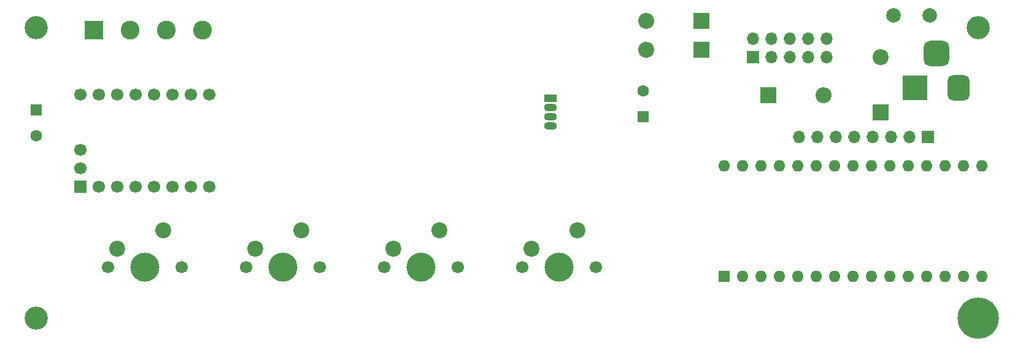
<source format=gbr>
%TF.GenerationSoftware,KiCad,Pcbnew,8.0.1*%
%TF.CreationDate,2024-04-17T23:09:10-04:00*%
%TF.ProjectId,Main-board-ArduinoNano,4d61696e-2d62-46f6-9172-642d41726475,rev?*%
%TF.SameCoordinates,Original*%
%TF.FileFunction,Soldermask,Top*%
%TF.FilePolarity,Negative*%
%FSLAX46Y46*%
G04 Gerber Fmt 4.6, Leading zero omitted, Abs format (unit mm)*
G04 Created by KiCad (PCBNEW 8.0.1) date 2024-04-17 23:09:10*
%MOMM*%
%LPD*%
G01*
G04 APERTURE LIST*
G04 Aperture macros list*
%AMRoundRect*
0 Rectangle with rounded corners*
0 $1 Rounding radius*
0 $2 $3 $4 $5 $6 $7 $8 $9 X,Y pos of 4 corners*
0 Add a 4 corners polygon primitive as box body*
4,1,4,$2,$3,$4,$5,$6,$7,$8,$9,$2,$3,0*
0 Add four circle primitives for the rounded corners*
1,1,$1+$1,$2,$3*
1,1,$1+$1,$4,$5*
1,1,$1+$1,$6,$7*
1,1,$1+$1,$8,$9*
0 Add four rect primitives between the rounded corners*
20,1,$1+$1,$2,$3,$4,$5,0*
20,1,$1+$1,$4,$5,$6,$7,0*
20,1,$1+$1,$6,$7,$8,$9,0*
20,1,$1+$1,$8,$9,$2,$3,0*%
G04 Aperture macros list end*
%ADD10R,1.600000X1.600000*%
%ADD11C,1.600000*%
%ADD12C,2.000000*%
%ADD13C,5.700000*%
%ADD14C,1.700000*%
%ADD15C,4.000000*%
%ADD16C,2.200000*%
%ADD17R,2.600000X2.600000*%
%ADD18C,2.600000*%
%ADD19C,3.200000*%
%ADD20R,1.700000X1.700000*%
%ADD21O,1.700000X1.700000*%
%ADD22R,3.500000X3.500000*%
%ADD23RoundRect,0.750000X0.750000X1.000000X-0.750000X1.000000X-0.750000X-1.000000X0.750000X-1.000000X0*%
%ADD24RoundRect,0.875000X0.875000X0.875000X-0.875000X0.875000X-0.875000X-0.875000X0.875000X-0.875000X0*%
%ADD25R,2.200000X2.200000*%
%ADD26O,2.200000X2.200000*%
%ADD27O,1.600000X1.600000*%
%ADD28R,1.800000X1.070000*%
%ADD29O,1.800000X1.070000*%
G04 APERTURE END LIST*
D10*
%TO.C,C1*%
X88750000Y-17200000D03*
D11*
X88750000Y-13700000D03*
%TD*%
D12*
%TO.C,F1*%
X123300000Y-3300000D03*
X128300000Y-3300000D03*
%TD*%
D13*
%TO.C,H1*%
X135000000Y-45000000D03*
%TD*%
D10*
%TO.C,C3*%
X5000000Y-16347349D03*
D11*
X5000000Y-19847349D03*
%TD*%
D14*
%TO.C,SW4*%
X72070000Y-38000000D03*
D15*
X77150000Y-38000000D03*
D14*
X82230000Y-38000000D03*
D16*
X79690000Y-32920000D03*
X73340000Y-35460000D03*
%TD*%
D17*
%TO.C,J8*%
X13000000Y-5305000D03*
D18*
X18000000Y-5305000D03*
X23000000Y-5305000D03*
X28000000Y-5305000D03*
%TD*%
D19*
%TO.C,H4*%
X5000000Y-5000000D03*
%TD*%
D20*
%TO.C,J3*%
X128080000Y-20000000D03*
D21*
X125540000Y-20000000D03*
X123000000Y-20000000D03*
X120460000Y-20000000D03*
X117920000Y-20000000D03*
X115380000Y-20000000D03*
X112840000Y-20000000D03*
X110300000Y-20000000D03*
%TD*%
D19*
%TO.C,H2*%
X135000000Y-5000000D03*
%TD*%
D22*
%TO.C,J1*%
X126250000Y-13257500D03*
D23*
X132250000Y-13257500D03*
D24*
X129250000Y-8557500D03*
%TD*%
D14*
%TO.C,SW1*%
X14920000Y-38000000D03*
D15*
X20000000Y-38000000D03*
D14*
X25080000Y-38000000D03*
D16*
X22540000Y-32920000D03*
X16190000Y-35460000D03*
%TD*%
D25*
%TO.C,D1*%
X106030000Y-14250000D03*
D26*
X113650000Y-14250000D03*
%TD*%
D10*
%TO.C,A2*%
X99980000Y-39240000D03*
D27*
X102520000Y-39240000D03*
X105060000Y-39240000D03*
X107600000Y-39240000D03*
X110140000Y-39240000D03*
X112680000Y-39240000D03*
X115220000Y-39240000D03*
X117760000Y-39240000D03*
X120300000Y-39240000D03*
X122840000Y-39240000D03*
X125380000Y-39240000D03*
X127920000Y-39240000D03*
X130460000Y-39240000D03*
X133000000Y-39240000D03*
X135540000Y-39240000D03*
X135540000Y-24000000D03*
X133000000Y-24000000D03*
X130460000Y-24000000D03*
X127920000Y-24000000D03*
X125380000Y-24000000D03*
X122840000Y-24000000D03*
X120300000Y-24000000D03*
X117760000Y-24000000D03*
X115220000Y-24000000D03*
X112680000Y-24000000D03*
X110140000Y-24000000D03*
X107600000Y-24000000D03*
X105060000Y-24000000D03*
X102520000Y-24000000D03*
X99980000Y-24000000D03*
%TD*%
D20*
%TO.C,U2*%
X11110000Y-26850000D03*
D14*
X13650000Y-26850000D03*
X16190000Y-26850000D03*
X18730000Y-26850000D03*
X21270000Y-26850000D03*
X23810000Y-26850000D03*
X26350000Y-26850000D03*
X28890000Y-26850000D03*
X28890000Y-14150000D03*
X26350000Y-14150000D03*
X23810000Y-14150000D03*
X21270000Y-14150000D03*
X18730000Y-14150000D03*
X16190000Y-14150000D03*
X13650000Y-14150000D03*
X11110000Y-14150000D03*
X11110000Y-24310000D03*
X11110000Y-21770000D03*
%TD*%
D19*
%TO.C,H3*%
X5000000Y-45000000D03*
%TD*%
D25*
%TO.C,D3*%
X121550000Y-16620000D03*
D26*
X121550000Y-9000000D03*
%TD*%
D20*
%TO.C,J2*%
X103920000Y-9020000D03*
D21*
X103920000Y-6480000D03*
X106460000Y-9020000D03*
X106460000Y-6480000D03*
X109000000Y-9020000D03*
X109000000Y-6480000D03*
X111540000Y-9020000D03*
X111540000Y-6480000D03*
X114080000Y-9020000D03*
X114080000Y-6480000D03*
%TD*%
D14*
%TO.C,SW3*%
X53020000Y-38000000D03*
D15*
X58100000Y-38000000D03*
D14*
X63180000Y-38000000D03*
D16*
X60640000Y-32920000D03*
X54290000Y-35460000D03*
%TD*%
D25*
%TO.C,D5*%
X96810000Y-4000000D03*
D26*
X89190000Y-4000000D03*
%TD*%
D28*
%TO.C,LED1*%
X75950000Y-14680000D03*
D29*
X75950000Y-15950000D03*
X75950000Y-17220000D03*
X75950000Y-18490000D03*
%TD*%
D14*
%TO.C,SW2*%
X33970000Y-38000000D03*
D15*
X39050000Y-38000000D03*
D14*
X44130000Y-38000000D03*
D16*
X41590000Y-32920000D03*
X35240000Y-35460000D03*
%TD*%
D25*
%TO.C,D4*%
X96810000Y-8000000D03*
D26*
X89190000Y-8000000D03*
%TD*%
M02*

</source>
